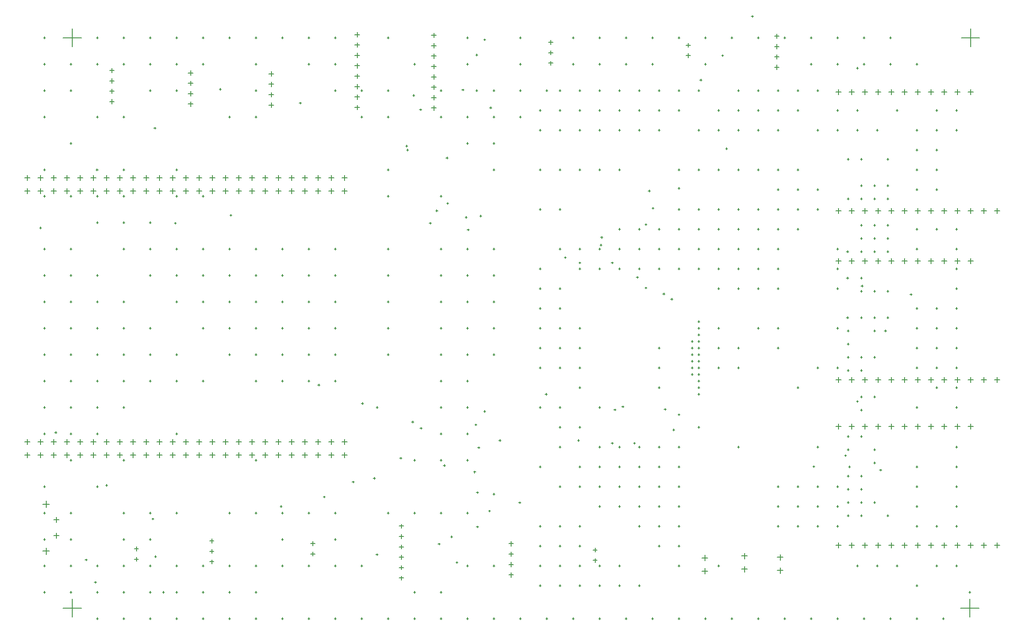
<source format=gbr>
%TF.GenerationSoftware,Altium Limited,Altium Designer,20.2.5 (213)*%
G04 Layer_Color=128*
%FSLAX26Y26*%
%MOIN*%
%TF.SameCoordinates,9BAFD9CD-774C-4051-972E-F2DD54F50950*%
%TF.FilePolarity,Positive*%
%TF.FileFunction,Drillmap*%
%TF.Part,Single*%
G01*
G75*
%TA.AperFunction,NonConductor*%
%ADD60C,0.005000*%
D60*
X7805000Y3910000D02*
X7845000D01*
X7825000Y3890000D02*
Y3930000D01*
X7705000Y3910000D02*
X7745000D01*
X7725000Y3890000D02*
Y3930000D01*
X7605000Y3910000D02*
X7645000D01*
X7625000Y3890000D02*
Y3930000D01*
X7505000Y3910000D02*
X7545000D01*
X7525000Y3890000D02*
Y3930000D01*
X7405000Y3910000D02*
X7445000D01*
X7425000Y3890000D02*
Y3930000D01*
X7305000Y3910000D02*
X7345000D01*
X7325000Y3890000D02*
Y3930000D01*
X7205000Y3910000D02*
X7245000D01*
X7225000Y3890000D02*
Y3930000D01*
X7105000Y3910000D02*
X7145000D01*
X7125000Y3890000D02*
Y3930000D01*
X7005000Y3910000D02*
X7045000D01*
X7025000Y3890000D02*
Y3930000D01*
X6905000Y3910000D02*
X6945000D01*
X6925000Y3890000D02*
Y3930000D01*
X6805000Y3910000D02*
X6845000D01*
X6825000Y3890000D02*
Y3930000D01*
X6705000Y3910000D02*
X6745000D01*
X6725000Y3890000D02*
Y3930000D01*
X6605000Y3910000D02*
X6645000D01*
X6625000Y3890000D02*
Y3930000D01*
X7805000Y2630000D02*
X7845000D01*
X7825000Y2610000D02*
Y2650000D01*
X7705000Y2630000D02*
X7745000D01*
X7725000Y2610000D02*
Y2650000D01*
X7605000Y2630000D02*
X7645000D01*
X7625000Y2610000D02*
Y2650000D01*
X7505000Y2630000D02*
X7545000D01*
X7525000Y2610000D02*
Y2650000D01*
X7405000Y2630000D02*
X7445000D01*
X7425000Y2610000D02*
Y2650000D01*
X7305000Y2630000D02*
X7345000D01*
X7325000Y2610000D02*
Y2650000D01*
X7205000Y2630000D02*
X7245000D01*
X7225000Y2610000D02*
Y2650000D01*
X7105000Y2630000D02*
X7145000D01*
X7125000Y2610000D02*
Y2650000D01*
X7005000Y2630000D02*
X7045000D01*
X7025000Y2610000D02*
Y2650000D01*
X6905000Y2630000D02*
X6945000D01*
X6925000Y2610000D02*
Y2650000D01*
X6805000Y2630000D02*
X6845000D01*
X6825000Y2610000D02*
Y2650000D01*
X6705000Y2630000D02*
X6745000D01*
X6725000Y2610000D02*
Y2650000D01*
X6605000Y2630000D02*
X6645000D01*
X6625000Y2610000D02*
Y2650000D01*
X6605000Y4810000D02*
X6645000D01*
X6625000Y4790000D02*
Y4830000D01*
X6705000Y4810000D02*
X6745000D01*
X6725000Y4790000D02*
Y4830000D01*
X6805000Y4810000D02*
X6845000D01*
X6825000Y4790000D02*
Y4830000D01*
X6905000Y4810000D02*
X6945000D01*
X6925000Y4790000D02*
Y4830000D01*
X7005000Y4810000D02*
X7045000D01*
X7025000Y4790000D02*
Y4830000D01*
X7105000Y4810000D02*
X7145000D01*
X7125000Y4790000D02*
Y4830000D01*
X7205000Y4810000D02*
X7245000D01*
X7225000Y4790000D02*
Y4830000D01*
X7305000Y4810000D02*
X7345000D01*
X7325000Y4790000D02*
Y4830000D01*
X7405000Y4810000D02*
X7445000D01*
X7425000Y4790000D02*
Y4830000D01*
X7505000Y4810000D02*
X7545000D01*
X7525000Y4790000D02*
Y4830000D01*
X7605000Y4810000D02*
X7645000D01*
X7625000Y4790000D02*
Y4830000D01*
X7605000Y2275000D02*
X7645000D01*
X7625000Y2255000D02*
Y2295000D01*
X7505000Y2275000D02*
X7545000D01*
X7525000Y2255000D02*
Y2295000D01*
X7405000Y2275000D02*
X7445000D01*
X7425000Y2255000D02*
Y2295000D01*
X7305000Y2275000D02*
X7345000D01*
X7325000Y2255000D02*
Y2295000D01*
X7205000Y2275000D02*
X7245000D01*
X7225000Y2255000D02*
Y2295000D01*
X7105000Y2275000D02*
X7145000D01*
X7125000Y2255000D02*
Y2295000D01*
X7005000Y2275000D02*
X7045000D01*
X7025000Y2255000D02*
Y2295000D01*
X6905000Y2275000D02*
X6945000D01*
X6925000Y2255000D02*
Y2295000D01*
X6805000Y2275000D02*
X6845000D01*
X6825000Y2255000D02*
Y2295000D01*
X6705000Y2275000D02*
X6745000D01*
X6725000Y2255000D02*
Y2295000D01*
X6605000Y2275000D02*
X6645000D01*
X6625000Y2255000D02*
Y2295000D01*
X1869252Y1408740D02*
X1900748D01*
X1885000Y1392992D02*
Y1424488D01*
X1869252Y1330000D02*
X1900748D01*
X1885000Y1314252D02*
Y1345748D01*
X1869252Y1251260D02*
X1900748D01*
X1885000Y1235512D02*
Y1267008D01*
X1299252Y1348740D02*
X1330748D01*
X1315000Y1332992D02*
Y1364488D01*
X1299252Y1270000D02*
X1330748D01*
X1315000Y1254252D02*
Y1285748D01*
X4769252Y1261260D02*
X4800748D01*
X4785000Y1245512D02*
Y1277008D01*
X4769252Y1340000D02*
X4800748D01*
X4785000Y1324252D02*
Y1355748D01*
X4132283Y1151260D02*
X4167717D01*
X4150000Y1133543D02*
Y1168976D01*
X4132283Y1230000D02*
X4167717D01*
X4150000Y1212284D02*
Y1247716D01*
X4132283Y1308740D02*
X4167717D01*
X4150000Y1291024D02*
Y1326457D01*
X4132283Y1387480D02*
X4167717D01*
X4150000Y1369764D02*
Y1405197D01*
X470315Y2060000D02*
X509685D01*
X490000Y2040315D02*
Y2079685D01*
X470315Y2160000D02*
X509685D01*
X490000Y2140315D02*
Y2179685D01*
X570315Y2060000D02*
X609685D01*
X590000Y2040315D02*
Y2079685D01*
X570315Y2160000D02*
X609685D01*
X590000Y2140315D02*
Y2179685D01*
X670315Y2060000D02*
X709685D01*
X690000Y2040315D02*
Y2079685D01*
X670315Y2160000D02*
X709685D01*
X690000Y2140315D02*
Y2179685D01*
X770315Y2060000D02*
X809685D01*
X790000Y2040315D02*
Y2079685D01*
X770315Y2160000D02*
X809685D01*
X790000Y2140315D02*
Y2179685D01*
X870315Y2060000D02*
X909685D01*
X890000Y2040315D02*
Y2079685D01*
X870315Y2160000D02*
X909685D01*
X890000Y2140315D02*
Y2179685D01*
X970315Y2060000D02*
X1009685D01*
X990000Y2040315D02*
Y2079685D01*
X970315Y2160000D02*
X1009685D01*
X990000Y2140315D02*
Y2179685D01*
X1070315Y2060000D02*
X1109685D01*
X1090000Y2040315D02*
Y2079685D01*
X1070315Y2160000D02*
X1109685D01*
X1090000Y2140315D02*
Y2179685D01*
X1170315Y2060000D02*
X1209685D01*
X1190000Y2040315D02*
Y2079685D01*
X1170315Y2160000D02*
X1209685D01*
X1190000Y2140315D02*
Y2179685D01*
X1270315Y2060000D02*
X1309685D01*
X1290000Y2040315D02*
Y2079685D01*
X1270315Y2160000D02*
X1309685D01*
X1290000Y2140315D02*
Y2179685D01*
X1370315Y2060000D02*
X1409685D01*
X1390000Y2040315D02*
Y2079685D01*
X1370315Y2160000D02*
X1409685D01*
X1390000Y2140315D02*
Y2179685D01*
X1470315Y2060000D02*
X1509685D01*
X1490000Y2040315D02*
Y2079685D01*
X1470315Y2160000D02*
X1509685D01*
X1490000Y2140315D02*
Y2179685D01*
X1570315Y2060000D02*
X1609685D01*
X1590000Y2040315D02*
Y2079685D01*
X1570315Y2160000D02*
X1609685D01*
X1590000Y2140315D02*
Y2179685D01*
X1670315Y2060000D02*
X1709685D01*
X1690000Y2040315D02*
Y2079685D01*
X1670315Y2160000D02*
X1709685D01*
X1690000Y2140315D02*
Y2179685D01*
X1770315Y2060000D02*
X1809685D01*
X1790000Y2040315D02*
Y2079685D01*
X1770315Y2160000D02*
X1809685D01*
X1790000Y2140315D02*
Y2179685D01*
X1870315Y2060000D02*
X1909685D01*
X1890000Y2040315D02*
Y2079685D01*
X1870315Y2160000D02*
X1909685D01*
X1890000Y2140315D02*
Y2179685D01*
X1970315Y2060000D02*
X2009685D01*
X1990000Y2040315D02*
Y2079685D01*
X1970315Y2160000D02*
X2009685D01*
X1990000Y2140315D02*
Y2179685D01*
X2070315Y2060000D02*
X2109685D01*
X2090000Y2040315D02*
Y2079685D01*
X2070315Y2160000D02*
X2109685D01*
X2090000Y2140315D02*
Y2179685D01*
X2170315Y2060000D02*
X2209685D01*
X2190000Y2040315D02*
Y2079685D01*
X2170315Y2160000D02*
X2209685D01*
X2190000Y2140315D02*
Y2179685D01*
X2270315Y2060000D02*
X2309685D01*
X2290000Y2040315D02*
Y2079685D01*
X2270315Y2160000D02*
X2309685D01*
X2290000Y2140315D02*
Y2179685D01*
X2370315Y2060000D02*
X2409685D01*
X2390000Y2040315D02*
Y2079685D01*
X2370315Y2160000D02*
X2409685D01*
X2390000Y2140315D02*
Y2179685D01*
X2470315Y2060000D02*
X2509685D01*
X2490000Y2040315D02*
Y2079685D01*
X2470315Y2160000D02*
X2509685D01*
X2490000Y2140315D02*
Y2179685D01*
X2570315Y2060000D02*
X2609685D01*
X2590000Y2040315D02*
Y2079685D01*
X2570315Y2160000D02*
X2609685D01*
X2590000Y2140315D02*
Y2179685D01*
X2670315Y2060000D02*
X2709685D01*
X2690000Y2040315D02*
Y2079685D01*
X2670315Y2160000D02*
X2709685D01*
X2690000Y2140315D02*
Y2179685D01*
X2770315Y2060000D02*
X2809685D01*
X2790000Y2040315D02*
Y2079685D01*
X2770315Y2160000D02*
X2809685D01*
X2790000Y2140315D02*
Y2179685D01*
X2870315Y2060000D02*
X2909685D01*
X2890000Y2040315D02*
Y2079685D01*
X2870315Y2160000D02*
X2909685D01*
X2890000Y2140315D02*
Y2179685D01*
X470315Y4060000D02*
X509685D01*
X490000Y4040315D02*
Y4079685D01*
X470315Y4160000D02*
X509685D01*
X490000Y4140315D02*
Y4179685D01*
X570315Y4060000D02*
X609685D01*
X590000Y4040315D02*
Y4079685D01*
X570315Y4160000D02*
X609685D01*
X590000Y4140315D02*
Y4179685D01*
X670315Y4060000D02*
X709685D01*
X690000Y4040315D02*
Y4079685D01*
X670315Y4160000D02*
X709685D01*
X690000Y4140315D02*
Y4179685D01*
X770315Y4060000D02*
X809685D01*
X790000Y4040315D02*
Y4079685D01*
X770315Y4160000D02*
X809685D01*
X790000Y4140315D02*
Y4179685D01*
X870315Y4060000D02*
X909685D01*
X890000Y4040315D02*
Y4079685D01*
X870315Y4160000D02*
X909685D01*
X890000Y4140315D02*
Y4179685D01*
X970315Y4060000D02*
X1009685D01*
X990000Y4040315D02*
Y4079685D01*
X970315Y4160000D02*
X1009685D01*
X990000Y4140315D02*
Y4179685D01*
X1070315Y4060000D02*
X1109685D01*
X1090000Y4040315D02*
Y4079685D01*
X1070315Y4160000D02*
X1109685D01*
X1090000Y4140315D02*
Y4179685D01*
X1170315Y4060000D02*
X1209685D01*
X1190000Y4040315D02*
Y4079685D01*
X1170315Y4160000D02*
X1209685D01*
X1190000Y4140315D02*
Y4179685D01*
X1270315Y4060000D02*
X1309685D01*
X1290000Y4040315D02*
Y4079685D01*
X1270315Y4160000D02*
X1309685D01*
X1290000Y4140315D02*
Y4179685D01*
X1370315Y4060000D02*
X1409685D01*
X1390000Y4040315D02*
Y4079685D01*
X1370315Y4160000D02*
X1409685D01*
X1390000Y4140315D02*
Y4179685D01*
X1470315Y4060000D02*
X1509685D01*
X1490000Y4040315D02*
Y4079685D01*
X1470315Y4160000D02*
X1509685D01*
X1490000Y4140315D02*
Y4179685D01*
X1570315Y4060000D02*
X1609685D01*
X1590000Y4040315D02*
Y4079685D01*
X1570315Y4160000D02*
X1609685D01*
X1590000Y4140315D02*
Y4179685D01*
X1670315Y4060000D02*
X1709685D01*
X1690000Y4040315D02*
Y4079685D01*
X1670315Y4160000D02*
X1709685D01*
X1690000Y4140315D02*
Y4179685D01*
X1770315Y4060000D02*
X1809685D01*
X1790000Y4040315D02*
Y4079685D01*
X1770315Y4160000D02*
X1809685D01*
X1790000Y4140315D02*
Y4179685D01*
X1870315Y4060000D02*
X1909685D01*
X1890000Y4040315D02*
Y4079685D01*
X1870315Y4160000D02*
X1909685D01*
X1890000Y4140315D02*
Y4179685D01*
X1970315Y4060000D02*
X2009685D01*
X1990000Y4040315D02*
Y4079685D01*
X1970315Y4160000D02*
X2009685D01*
X1990000Y4140315D02*
Y4179685D01*
X2070315Y4060000D02*
X2109685D01*
X2090000Y4040315D02*
Y4079685D01*
X2070315Y4160000D02*
X2109685D01*
X2090000Y4140315D02*
Y4179685D01*
X2170315Y4060000D02*
X2209685D01*
X2190000Y4040315D02*
Y4079685D01*
X2170315Y4160000D02*
X2209685D01*
X2190000Y4140315D02*
Y4179685D01*
X2270315Y4060000D02*
X2309685D01*
X2290000Y4040315D02*
Y4079685D01*
X2270315Y4160000D02*
X2309685D01*
X2290000Y4140315D02*
Y4179685D01*
X2370315Y4060000D02*
X2409685D01*
X2390000Y4040315D02*
Y4079685D01*
X2370315Y4160000D02*
X2409685D01*
X2390000Y4140315D02*
Y4179685D01*
X2470315Y4060000D02*
X2509685D01*
X2490000Y4040315D02*
Y4079685D01*
X2470315Y4160000D02*
X2509685D01*
X2490000Y4140315D02*
Y4179685D01*
X2570315Y4060000D02*
X2609685D01*
X2590000Y4040315D02*
Y4079685D01*
X2570315Y4160000D02*
X2609685D01*
X2590000Y4140315D02*
Y4179685D01*
X2670315Y4060000D02*
X2709685D01*
X2690000Y4040315D02*
Y4079685D01*
X2670315Y4160000D02*
X2709685D01*
X2690000Y4140315D02*
Y4179685D01*
X2770315Y4060000D02*
X2809685D01*
X2790000Y4040315D02*
Y4079685D01*
X2770315Y4160000D02*
X2809685D01*
X2790000Y4140315D02*
Y4179685D01*
X2870315Y4060000D02*
X2909685D01*
X2890000Y4040315D02*
Y4079685D01*
X2870315Y4160000D02*
X2909685D01*
X2890000Y4140315D02*
Y4179685D01*
X6163346Y1185000D02*
X6206654D01*
X6185000Y1163346D02*
Y1206653D01*
X6163346Y1285000D02*
X6206654D01*
X6185000Y1263346D02*
Y1306653D01*
X5893346Y1295000D02*
X5936654D01*
X5915000Y1273347D02*
Y1316653D01*
X5893346Y1195000D02*
X5936654D01*
X5915000Y1173347D02*
Y1216653D01*
X5593346Y1180000D02*
X5636654D01*
X5615000Y1158346D02*
Y1201653D01*
X5593346Y1280000D02*
X5636654D01*
X5615000Y1258346D02*
Y1301653D01*
X2967284Y5243702D02*
X3002716D01*
X2985000Y5225985D02*
Y5261418D01*
X2967284Y5164960D02*
X3002716D01*
X2985000Y5147243D02*
Y5182676D01*
X2967284Y5086220D02*
X3002716D01*
X2985000Y5068503D02*
Y5103936D01*
X2967284Y5007480D02*
X3002716D01*
X2985000Y4989764D02*
Y5025197D01*
X2967284Y4928740D02*
X3002716D01*
X2985000Y4911024D02*
Y4946457D01*
X2967284Y4850000D02*
X3002716D01*
X2985000Y4832283D02*
Y4867717D01*
X2967284Y4771260D02*
X3002716D01*
X2985000Y4753543D02*
Y4788976D01*
X2967284Y4692520D02*
X3002716D01*
X2985000Y4674803D02*
Y4710236D01*
X6142283Y4996260D02*
X6177717D01*
X6160000Y4978543D02*
Y5013976D01*
X6142283Y5075000D02*
X6177717D01*
X6160000Y5057283D02*
Y5092717D01*
X6142283Y5153740D02*
X6177717D01*
X6160000Y5136024D02*
Y5171457D01*
X6142283Y5232480D02*
X6177717D01*
X6160000Y5214764D02*
Y5250197D01*
X4434252Y5027520D02*
X4465748D01*
X4450000Y5011772D02*
Y5043268D01*
X4434252Y5106260D02*
X4465748D01*
X4450000Y5090512D02*
Y5122008D01*
X4434252Y5185000D02*
X4465748D01*
X4450000Y5169252D02*
Y5200748D01*
X689921Y1450000D02*
X730079D01*
X710000Y1429921D02*
Y1470079D01*
X689921Y1568110D02*
X730079D01*
X710000Y1548031D02*
Y1588189D01*
X607834Y1331890D02*
X657834D01*
X632834Y1306890D02*
Y1356890D01*
X607834Y1686220D02*
X657834D01*
X632834Y1661220D02*
Y1711220D01*
X3304252Y1127520D02*
X3335748D01*
X3320000Y1111772D02*
Y1143268D01*
X3304252Y1206260D02*
X3335748D01*
X3320000Y1190512D02*
Y1222008D01*
X3304252Y1285000D02*
X3335748D01*
X3320000Y1269252D02*
Y1300748D01*
X3304252Y1363740D02*
X3335748D01*
X3320000Y1347992D02*
Y1379488D01*
X3304252Y1442480D02*
X3335748D01*
X3320000Y1426732D02*
Y1458228D01*
X3304252Y1521220D02*
X3335748D01*
X3320000Y1505472D02*
Y1536968D01*
X1112284Y4972480D02*
X1147716D01*
X1130000Y4954764D02*
Y4990197D01*
X1112284Y4893740D02*
X1147716D01*
X1130000Y4876024D02*
Y4911457D01*
X1112284Y4815000D02*
X1147716D01*
X1130000Y4797283D02*
Y4832717D01*
X1112284Y4736260D02*
X1147716D01*
X1130000Y4718543D02*
Y4753976D01*
X7605000Y3530000D02*
X7645000D01*
X7625000Y3510000D02*
Y3550000D01*
X7505000Y3530000D02*
X7545000D01*
X7525000Y3510000D02*
Y3550000D01*
X7405000Y3530000D02*
X7445000D01*
X7425000Y3510000D02*
Y3550000D01*
X7305000Y3530000D02*
X7345000D01*
X7325000Y3510000D02*
Y3550000D01*
X7205000Y3530000D02*
X7245000D01*
X7225000Y3510000D02*
Y3550000D01*
X7105000Y3530000D02*
X7145000D01*
X7125000Y3510000D02*
Y3550000D01*
X7005000Y3530000D02*
X7045000D01*
X7025000Y3510000D02*
Y3550000D01*
X6905000Y3530000D02*
X6945000D01*
X6925000Y3510000D02*
Y3550000D01*
X6805000Y3530000D02*
X6845000D01*
X6825000Y3510000D02*
Y3550000D01*
X6705000Y3530000D02*
X6745000D01*
X6725000Y3510000D02*
Y3550000D01*
X6605000Y3530000D02*
X6645000D01*
X6625000Y3510000D02*
Y3550000D01*
X2634252Y1310000D02*
X2665748D01*
X2650000Y1294252D02*
Y1325748D01*
X2634252Y1388740D02*
X2665748D01*
X2650000Y1372992D02*
Y1404488D01*
X5474252Y5163740D02*
X5505748D01*
X5490000Y5147992D02*
Y5179488D01*
X5474252Y5085000D02*
X5505748D01*
X5490000Y5069252D02*
Y5100748D01*
X6605000Y1375000D02*
X6645000D01*
X6625000Y1355000D02*
Y1395000D01*
X6705000Y1375000D02*
X6745000D01*
X6725000Y1355000D02*
Y1395000D01*
X6805000Y1375000D02*
X6845000D01*
X6825000Y1355000D02*
Y1395000D01*
X6905000Y1375000D02*
X6945000D01*
X6925000Y1355000D02*
Y1395000D01*
X7005000Y1375000D02*
X7045000D01*
X7025000Y1355000D02*
Y1395000D01*
X7105000Y1375000D02*
X7145000D01*
X7125000Y1355000D02*
Y1395000D01*
X7205000Y1375000D02*
X7245000D01*
X7225000Y1355000D02*
Y1395000D01*
X7305000Y1375000D02*
X7345000D01*
X7325000Y1355000D02*
Y1395000D01*
X7405000Y1375000D02*
X7445000D01*
X7425000Y1355000D02*
Y1395000D01*
X7505000Y1375000D02*
X7545000D01*
X7525000Y1355000D02*
Y1395000D01*
X7605000Y1375000D02*
X7645000D01*
X7625000Y1355000D02*
Y1395000D01*
X7705000Y1375000D02*
X7745000D01*
X7725000Y1355000D02*
Y1395000D01*
X7805000Y1375000D02*
X7845000D01*
X7825000Y1355000D02*
Y1395000D01*
X3547284Y4687520D02*
X3582716D01*
X3565000Y4669803D02*
Y4705236D01*
X3547284Y4766260D02*
X3582716D01*
X3565000Y4748543D02*
Y4783976D01*
X3547284Y4845000D02*
X3582716D01*
X3565000Y4827283D02*
Y4862717D01*
X3547284Y4923740D02*
X3582716D01*
X3565000Y4906024D02*
Y4941457D01*
X3547284Y5002480D02*
X3582716D01*
X3565000Y4984764D02*
Y5020197D01*
X3547284Y5081220D02*
X3582716D01*
X3565000Y5063503D02*
Y5098936D01*
X3547284Y5159960D02*
X3582716D01*
X3565000Y5142243D02*
Y5177676D01*
X3547284Y5238700D02*
X3582716D01*
X3565000Y5220984D02*
Y5256417D01*
X2317284Y4710000D02*
X2352716D01*
X2335000Y4692283D02*
Y4727717D01*
X2317284Y4788740D02*
X2352716D01*
X2335000Y4771024D02*
Y4806457D01*
X2317284Y4867480D02*
X2352716D01*
X2335000Y4849764D02*
Y4885197D01*
X2317284Y4946220D02*
X2352716D01*
X2335000Y4928503D02*
Y4963936D01*
X1707284Y4717520D02*
X1742716D01*
X1725000Y4699803D02*
Y4735236D01*
X1707284Y4796260D02*
X1742716D01*
X1725000Y4778543D02*
Y4813976D01*
X1707284Y4875000D02*
X1742716D01*
X1725000Y4857283D02*
Y4892717D01*
X1707284Y4953740D02*
X1742716D01*
X1725000Y4936024D02*
Y4971457D01*
X761102Y900000D02*
X898898D01*
X830000Y831102D02*
Y968898D01*
X7551102Y900000D02*
X7688898D01*
X7620000Y831102D02*
Y968898D01*
X7556102Y5220000D02*
X7693898D01*
X7625000Y5151102D02*
Y5288898D01*
X761102Y5220000D02*
X898898D01*
X830000Y5151102D02*
Y5288898D01*
X1447500Y4535000D02*
X1462500D01*
X1455000Y4527500D02*
Y4542500D01*
X1412500Y3820000D02*
X1427500D01*
X1420000Y3812500D02*
Y3827500D01*
X1602500Y3815000D02*
X1617500D01*
X1610000Y3807500D02*
Y3822500D01*
X1010500Y4220000D02*
X1025500D01*
X1018000Y4212500D02*
Y4227500D01*
X6892500Y3000000D02*
X6907500D01*
X6900000Y2992500D02*
Y3007500D01*
X6974902Y3000000D02*
X6989902D01*
X6982402Y2992500D02*
Y3007500D01*
X7612500Y1020000D02*
X7627500D01*
X7620000Y1012500D02*
Y1027500D01*
X7412500Y820000D02*
X7427500D01*
X7420000Y812500D02*
Y827500D01*
X7212500Y5020000D02*
X7227500D01*
X7220000Y5012500D02*
Y5027500D01*
X7212500Y820000D02*
X7227500D01*
X7220000Y812500D02*
Y827500D01*
X7012500Y5220000D02*
X7027500D01*
X7020000Y5212500D02*
Y5227500D01*
X7012500Y5020000D02*
X7027500D01*
X7020000Y5012500D02*
Y5027500D01*
X7012500Y820000D02*
X7027500D01*
X7020000Y812500D02*
Y827500D01*
X6812500Y5220000D02*
X6827500D01*
X6820000Y5212500D02*
Y5227500D01*
X6812500Y5020000D02*
X6827500D01*
X6820000Y5012500D02*
Y5027500D01*
X6812500Y820000D02*
X6827500D01*
X6820000Y812500D02*
Y827500D01*
X6612500Y5220000D02*
X6627500D01*
X6620000Y5212500D02*
Y5227500D01*
X6612500Y5020000D02*
X6627500D01*
X6620000Y5012500D02*
Y5027500D01*
X6612500Y820000D02*
X6627500D01*
X6620000Y812500D02*
Y827500D01*
X6412500Y5220000D02*
X6427500D01*
X6420000Y5212500D02*
Y5227500D01*
X6412500Y5020000D02*
X6427500D01*
X6420000Y5012500D02*
Y5027500D01*
X6412500Y820000D02*
X6427500D01*
X6420000Y812500D02*
Y827500D01*
X6212500Y5220000D02*
X6227500D01*
X6220000Y5212500D02*
Y5227500D01*
X6212500Y820000D02*
X6227500D01*
X6220000Y812500D02*
Y827500D01*
X6012500Y5220000D02*
X6027500D01*
X6020000Y5212500D02*
Y5227500D01*
X6012500Y820000D02*
X6027500D01*
X6020000Y812500D02*
Y827500D01*
X5812500Y5220000D02*
X5827500D01*
X5820000Y5212500D02*
Y5227500D01*
X5812500Y820000D02*
X5827500D01*
X5820000Y812500D02*
Y827500D01*
X5612500Y5220000D02*
X5627500D01*
X5620000Y5212500D02*
Y5227500D01*
X5612500Y5020000D02*
X5627500D01*
X5620000Y5012500D02*
Y5027500D01*
X5612500Y820000D02*
X5627500D01*
X5620000Y812500D02*
Y827500D01*
X5412500Y5220000D02*
X5427500D01*
X5420000Y5212500D02*
Y5227500D01*
X5412500Y820000D02*
X5427500D01*
X5420000Y812500D02*
Y827500D01*
X5212500Y5220000D02*
X5227500D01*
X5220000Y5212500D02*
Y5227500D01*
X5212500Y5020000D02*
X5227500D01*
X5220000Y5012500D02*
Y5027500D01*
X5212500Y820000D02*
X5227500D01*
X5220000Y812500D02*
Y827500D01*
X5012500Y5220000D02*
X5027500D01*
X5020000Y5212500D02*
Y5227500D01*
X5012500Y5020000D02*
X5027500D01*
X5020000Y5012500D02*
Y5027500D01*
X5012500Y820000D02*
X5027500D01*
X5020000Y812500D02*
Y827500D01*
X4812500Y5220000D02*
X4827500D01*
X4820000Y5212500D02*
Y5227500D01*
X4812500Y5020000D02*
X4827500D01*
X4820000Y5012500D02*
Y5027500D01*
X4812500Y820000D02*
X4827500D01*
X4820000Y812500D02*
Y827500D01*
X4612500Y5220000D02*
X4627500D01*
X4620000Y5212500D02*
Y5227500D01*
X4612500Y5020000D02*
X4627500D01*
X4620000Y5012500D02*
Y5027500D01*
X4612500Y820000D02*
X4627500D01*
X4620000Y812500D02*
Y827500D01*
X4412500Y4820000D02*
X4427500D01*
X4420000Y4812500D02*
Y4827500D01*
X4412500Y820000D02*
X4427500D01*
X4420000Y812500D02*
Y827500D01*
X4212500Y5220000D02*
X4227500D01*
X4220000Y5212500D02*
Y5227500D01*
X4212500Y5020000D02*
X4227500D01*
X4220000Y5012500D02*
Y5027500D01*
X4212500Y4820000D02*
X4227500D01*
X4220000Y4812500D02*
Y4827500D01*
X4212500Y4620000D02*
X4227500D01*
X4220000Y4612500D02*
Y4627500D01*
X4212500Y820000D02*
X4227500D01*
X4220000Y812500D02*
Y827500D01*
X4012500Y4820000D02*
X4027500D01*
X4020000Y4812500D02*
Y4827500D01*
X4012500Y4620000D02*
X4027500D01*
X4020000Y4612500D02*
Y4627500D01*
X4012500Y4420000D02*
X4027500D01*
X4020000Y4412500D02*
Y4427500D01*
X4012500Y4220000D02*
X4027500D01*
X4020000Y4212500D02*
Y4227500D01*
X4012500Y3620000D02*
X4027500D01*
X4020000Y3612500D02*
Y3627500D01*
X4012500Y3420000D02*
X4027500D01*
X4020000Y3412500D02*
Y3427500D01*
X4012500Y3220000D02*
X4027500D01*
X4020000Y3212500D02*
Y3227500D01*
X4012500Y3020000D02*
X4027500D01*
X4020000Y3012500D02*
Y3027500D01*
X4012500Y2820000D02*
X4027500D01*
X4020000Y2812500D02*
Y2827500D01*
X4012500Y1220000D02*
X4027500D01*
X4020000Y1212500D02*
Y1227500D01*
X4012500Y820000D02*
X4027500D01*
X4020000Y812500D02*
Y827500D01*
X3812500Y5220000D02*
X3827500D01*
X3820000Y5212500D02*
Y5227500D01*
X3812500Y5020000D02*
X3827500D01*
X3820000Y5012500D02*
Y5027500D01*
X3812500Y4620000D02*
X3827500D01*
X3820000Y4612500D02*
Y4627500D01*
X3812500Y4420000D02*
X3827500D01*
X3820000Y4412500D02*
Y4427500D01*
X3812500Y3620000D02*
X3827500D01*
X3820000Y3612500D02*
Y3627500D01*
X3812500Y3420000D02*
X3827500D01*
X3820000Y3412500D02*
Y3427500D01*
X3812500Y3220000D02*
X3827500D01*
X3820000Y3212500D02*
Y3227500D01*
X3812500Y3020000D02*
X3827500D01*
X3820000Y3012500D02*
Y3027500D01*
X3812500Y2820000D02*
X3827500D01*
X3820000Y2812500D02*
Y2827500D01*
X3812500Y2620000D02*
X3827500D01*
X3820000Y2612500D02*
Y2627500D01*
X3812500Y2420000D02*
X3827500D01*
X3820000Y2412500D02*
Y2427500D01*
X3812500Y2220000D02*
X3827500D01*
X3820000Y2212500D02*
Y2227500D01*
X3812500Y2020000D02*
X3827500D01*
X3820000Y2012500D02*
Y2027500D01*
X3812500Y1620000D02*
X3827500D01*
X3820000Y1612500D02*
Y1627500D01*
X3812500Y1220000D02*
X3827500D01*
X3820000Y1212500D02*
Y1227500D01*
X3812500Y820000D02*
X3827500D01*
X3820000Y812500D02*
Y827500D01*
X3612500Y4820000D02*
X3627500D01*
X3620000Y4812500D02*
Y4827500D01*
X3612500Y4620000D02*
X3627500D01*
X3620000Y4612500D02*
Y4627500D01*
X3612500Y4020000D02*
X3627500D01*
X3620000Y4012500D02*
Y4027500D01*
X3612500Y3620000D02*
X3627500D01*
X3620000Y3612500D02*
Y3627500D01*
X3612500Y3420000D02*
X3627500D01*
X3620000Y3412500D02*
Y3427500D01*
X3612500Y3220000D02*
X3627500D01*
X3620000Y3212500D02*
Y3227500D01*
X3612500Y3020000D02*
X3627500D01*
X3620000Y3012500D02*
Y3027500D01*
X3612500Y2820000D02*
X3627500D01*
X3620000Y2812500D02*
Y2827500D01*
X3612500Y2620000D02*
X3627500D01*
X3620000Y2612500D02*
Y2627500D01*
X3612500Y2420000D02*
X3627500D01*
X3620000Y2412500D02*
Y2427500D01*
X3612500Y2220000D02*
X3627500D01*
X3620000Y2212500D02*
Y2227500D01*
X3612500Y2020000D02*
X3627500D01*
X3620000Y2012500D02*
Y2027500D01*
X3612500Y1620000D02*
X3627500D01*
X3620000Y1612500D02*
Y1627500D01*
X3612500Y1020000D02*
X3627500D01*
X3620000Y1012500D02*
Y1027500D01*
X3612500Y820000D02*
X3627500D01*
X3620000Y812500D02*
Y827500D01*
X3412500Y5020000D02*
X3427500D01*
X3420000Y5012500D02*
Y5027500D01*
X3412500Y2020000D02*
X3427500D01*
X3420000Y2012500D02*
Y2027500D01*
X3412500Y1620000D02*
X3427500D01*
X3420000Y1612500D02*
Y1627500D01*
X3412500Y1020000D02*
X3427500D01*
X3420000Y1012500D02*
Y1027500D01*
X3412500Y820000D02*
X3427500D01*
X3420000Y812500D02*
Y827500D01*
X3212500Y5220000D02*
X3227500D01*
X3220000Y5212500D02*
Y5227500D01*
X3212500Y4820000D02*
X3227500D01*
X3220000Y4812500D02*
Y4827500D01*
X3212500Y4620000D02*
X3227500D01*
X3220000Y4612500D02*
Y4627500D01*
X3212500Y4220000D02*
X3227500D01*
X3220000Y4212500D02*
Y4227500D01*
X3212500Y4020000D02*
X3227500D01*
X3220000Y4012500D02*
Y4027500D01*
X3212500Y3620000D02*
X3227500D01*
X3220000Y3612500D02*
Y3627500D01*
X3212500Y3420000D02*
X3227500D01*
X3220000Y3412500D02*
Y3427500D01*
X3212500Y3220000D02*
X3227500D01*
X3220000Y3212500D02*
Y3227500D01*
X3212500Y3020000D02*
X3227500D01*
X3220000Y3012500D02*
Y3027500D01*
X3212500Y2820000D02*
X3227500D01*
X3220000Y2812500D02*
Y2827500D01*
X3212500Y1620000D02*
X3227500D01*
X3220000Y1612500D02*
Y1627500D01*
X3212500Y820000D02*
X3227500D01*
X3220000Y812500D02*
Y827500D01*
X3012500Y4820000D02*
X3027500D01*
X3020000Y4812500D02*
Y4827500D01*
X3012500Y4620000D02*
X3027500D01*
X3020000Y4612500D02*
Y4627500D01*
X3012500Y1220000D02*
X3027500D01*
X3020000Y1212500D02*
Y1227500D01*
X3012500Y820000D02*
X3027500D01*
X3020000Y812500D02*
Y827500D01*
X2812500Y5220000D02*
X2827500D01*
X2820000Y5212500D02*
Y5227500D01*
X2812500Y5020000D02*
X2827500D01*
X2820000Y5012500D02*
Y5027500D01*
X2812500Y4820000D02*
X2827500D01*
X2820000Y4812500D02*
Y4827500D01*
X2812500Y3620000D02*
X2827500D01*
X2820000Y3612500D02*
Y3627500D01*
X2812500Y3420000D02*
X2827500D01*
X2820000Y3412500D02*
Y3427500D01*
X2812500Y3220000D02*
X2827500D01*
X2820000Y3212500D02*
Y3227500D01*
X2812500Y3020000D02*
X2827500D01*
X2820000Y3012500D02*
Y3027500D01*
X2812500Y2820000D02*
X2827500D01*
X2820000Y2812500D02*
Y2827500D01*
X2812500Y2620000D02*
X2827500D01*
X2820000Y2612500D02*
Y2627500D01*
X2812500Y1620000D02*
X2827500D01*
X2820000Y1612500D02*
Y1627500D01*
X2812500Y1420000D02*
X2827500D01*
X2820000Y1412500D02*
Y1427500D01*
X2812500Y1220000D02*
X2827500D01*
X2820000Y1212500D02*
Y1227500D01*
X2812500Y820000D02*
X2827500D01*
X2820000Y812500D02*
Y827500D01*
X2612500Y5220000D02*
X2627500D01*
X2620000Y5212500D02*
Y5227500D01*
X2612500Y5020000D02*
X2627500D01*
X2620000Y5012500D02*
Y5027500D01*
X2612500Y3620000D02*
X2627500D01*
X2620000Y3612500D02*
Y3627500D01*
X2612500Y3420000D02*
X2627500D01*
X2620000Y3412500D02*
Y3427500D01*
X2612500Y3220000D02*
X2627500D01*
X2620000Y3212500D02*
Y3227500D01*
X2612500Y3020000D02*
X2627500D01*
X2620000Y3012500D02*
Y3027500D01*
X2612500Y2820000D02*
X2627500D01*
X2620000Y2812500D02*
Y2827500D01*
X2612500Y2620000D02*
X2627500D01*
X2620000Y2612500D02*
Y2627500D01*
X2612500Y1620000D02*
X2627500D01*
X2620000Y1612500D02*
Y1627500D01*
X2612500Y1220000D02*
X2627500D01*
X2620000Y1212500D02*
Y1227500D01*
X2612500Y820000D02*
X2627500D01*
X2620000Y812500D02*
Y827500D01*
X2412500Y5220000D02*
X2427500D01*
X2420000Y5212500D02*
Y5227500D01*
X2412500Y3620000D02*
X2427500D01*
X2420000Y3612500D02*
Y3627500D01*
X2412500Y3420000D02*
X2427500D01*
X2420000Y3412500D02*
Y3427500D01*
X2412500Y3220000D02*
X2427500D01*
X2420000Y3212500D02*
Y3227500D01*
X2412500Y3020000D02*
X2427500D01*
X2420000Y3012500D02*
Y3027500D01*
X2412500Y2820000D02*
X2427500D01*
X2420000Y2812500D02*
Y2827500D01*
X2412500Y2620000D02*
X2427500D01*
X2420000Y2612500D02*
Y2627500D01*
X2412500Y1620000D02*
X2427500D01*
X2420000Y1612500D02*
Y1627500D01*
X2412500Y1420000D02*
X2427500D01*
X2420000Y1412500D02*
Y1427500D01*
X2412500Y1220000D02*
X2427500D01*
X2420000Y1212500D02*
Y1227500D01*
X2412500Y820000D02*
X2427500D01*
X2420000Y812500D02*
Y827500D01*
X2212500Y5220000D02*
X2227500D01*
X2220000Y5212500D02*
Y5227500D01*
X2212500Y5020000D02*
X2227500D01*
X2220000Y5012500D02*
Y5027500D01*
X2212500Y4820000D02*
X2227500D01*
X2220000Y4812500D02*
Y4827500D01*
X2212500Y4620000D02*
X2227500D01*
X2220000Y4612500D02*
Y4627500D01*
X2212500Y3620000D02*
X2227500D01*
X2220000Y3612500D02*
Y3627500D01*
X2212500Y3420000D02*
X2227500D01*
X2220000Y3412500D02*
Y3427500D01*
X2212500Y3220000D02*
X2227500D01*
X2220000Y3212500D02*
Y3227500D01*
X2212500Y3020000D02*
X2227500D01*
X2220000Y3012500D02*
Y3027500D01*
X2212500Y2820000D02*
X2227500D01*
X2220000Y2812500D02*
Y2827500D01*
X2212500Y2620000D02*
X2227500D01*
X2220000Y2612500D02*
Y2627500D01*
X2212500Y2020000D02*
X2227500D01*
X2220000Y2012500D02*
Y2027500D01*
X2212500Y1620000D02*
X2227500D01*
X2220000Y1612500D02*
Y1627500D01*
X2212500Y1220000D02*
X2227500D01*
X2220000Y1212500D02*
Y1227500D01*
X2212500Y1020000D02*
X2227500D01*
X2220000Y1012500D02*
Y1027500D01*
X2212500Y820000D02*
X2227500D01*
X2220000Y812500D02*
Y827500D01*
X2012500Y5220000D02*
X2027500D01*
X2020000Y5212500D02*
Y5227500D01*
X2012500Y4620000D02*
X2027500D01*
X2020000Y4612500D02*
Y4627500D01*
X2012500Y3620000D02*
X2027500D01*
X2020000Y3612500D02*
Y3627500D01*
X2012500Y3420000D02*
X2027500D01*
X2020000Y3412500D02*
Y3427500D01*
X2012500Y3220000D02*
X2027500D01*
X2020000Y3212500D02*
Y3227500D01*
X2012500Y3020000D02*
X2027500D01*
X2020000Y3012500D02*
Y3027500D01*
X2012500Y2820000D02*
X2027500D01*
X2020000Y2812500D02*
Y2827500D01*
X2012500Y1620000D02*
X2027500D01*
X2020000Y1612500D02*
Y1627500D01*
X2012500Y1220000D02*
X2027500D01*
X2020000Y1212500D02*
Y1227500D01*
X2012500Y1020000D02*
X2027500D01*
X2020000Y1012500D02*
Y1027500D01*
X2012500Y820000D02*
X2027500D01*
X2020000Y812500D02*
Y827500D01*
X1812500Y5220000D02*
X1827500D01*
X1820000Y5212500D02*
Y5227500D01*
X1812500Y5020000D02*
X1827500D01*
X1820000Y5012500D02*
Y5027500D01*
X1812500Y4020000D02*
X1827500D01*
X1820000Y4012500D02*
Y4027500D01*
X1812500Y3620000D02*
X1827500D01*
X1820000Y3612500D02*
Y3627500D01*
X1812500Y3420000D02*
X1827500D01*
X1820000Y3412500D02*
Y3427500D01*
X1812500Y3220000D02*
X1827500D01*
X1820000Y3212500D02*
Y3227500D01*
X1812500Y3020000D02*
X1827500D01*
X1820000Y3012500D02*
Y3027500D01*
X1812500Y2620000D02*
X1827500D01*
X1820000Y2612500D02*
Y2627500D01*
X1812500Y1220000D02*
X1827500D01*
X1820000Y1212500D02*
Y1227500D01*
X1812500Y1020000D02*
X1827500D01*
X1820000Y1012500D02*
Y1027500D01*
X1812500Y820000D02*
X1827500D01*
X1820000Y812500D02*
Y827500D01*
X1612500Y5220000D02*
X1627500D01*
X1620000Y5212500D02*
Y5227500D01*
X1612500Y5020000D02*
X1627500D01*
X1620000Y5012500D02*
Y5027500D01*
X1612500Y4820000D02*
X1627500D01*
X1620000Y4812500D02*
Y4827500D01*
X1612500Y4220000D02*
X1627500D01*
X1620000Y4212500D02*
Y4227500D01*
X1612500Y4020000D02*
X1627500D01*
X1620000Y4012500D02*
Y4027500D01*
X1612500Y3620000D02*
X1627500D01*
X1620000Y3612500D02*
Y3627500D01*
X1612500Y3420000D02*
X1627500D01*
X1620000Y3412500D02*
Y3427500D01*
X1612500Y3220000D02*
X1627500D01*
X1620000Y3212500D02*
Y3227500D01*
X1612500Y2820000D02*
X1627500D01*
X1620000Y2812500D02*
Y2827500D01*
X1612500Y2620000D02*
X1627500D01*
X1620000Y2612500D02*
Y2627500D01*
X1612500Y2220000D02*
X1627500D01*
X1620000Y2212500D02*
Y2227500D01*
X1612500Y1620000D02*
X1627500D01*
X1620000Y1612500D02*
Y1627500D01*
X1612500Y1220000D02*
X1627500D01*
X1620000Y1212500D02*
Y1227500D01*
X1612500Y1020000D02*
X1627500D01*
X1620000Y1012500D02*
Y1027500D01*
X1612500Y820000D02*
X1627500D01*
X1620000Y812500D02*
Y827500D01*
X1412500Y5220000D02*
X1427500D01*
X1420000Y5212500D02*
Y5227500D01*
X1412500Y5020000D02*
X1427500D01*
X1420000Y5012500D02*
Y5027500D01*
X1412500Y4820000D02*
X1427500D01*
X1420000Y4812500D02*
Y4827500D01*
X1412500Y3620000D02*
X1427500D01*
X1420000Y3612500D02*
Y3627500D01*
X1412500Y3420000D02*
X1427500D01*
X1420000Y3412500D02*
Y3427500D01*
X1412500Y3020000D02*
X1427500D01*
X1420000Y3012500D02*
Y3027500D01*
X1412500Y2820000D02*
X1427500D01*
X1420000Y2812500D02*
Y2827500D01*
X1412500Y2620000D02*
X1427500D01*
X1420000Y2612500D02*
Y2627500D01*
X1412500Y1620000D02*
X1427500D01*
X1420000Y1612500D02*
Y1627500D01*
X1412500Y1420000D02*
X1427500D01*
X1420000Y1412500D02*
Y1427500D01*
X1412500Y1220000D02*
X1427500D01*
X1420000Y1212500D02*
Y1227500D01*
X1412500Y1020000D02*
X1427500D01*
X1420000Y1012500D02*
Y1027500D01*
X1412500Y820000D02*
X1427500D01*
X1420000Y812500D02*
Y827500D01*
X1212500Y5220000D02*
X1227500D01*
X1220000Y5212500D02*
Y5227500D01*
X1212500Y5020000D02*
X1227500D01*
X1220000Y5012500D02*
Y5027500D01*
X1212500Y4620000D02*
X1227500D01*
X1220000Y4612500D02*
Y4627500D01*
X1212500Y4220000D02*
X1227500D01*
X1220000Y4212500D02*
Y4227500D01*
X1212500Y4020000D02*
X1227500D01*
X1220000Y4012500D02*
Y4027500D01*
X1212500Y3820000D02*
X1227500D01*
X1220000Y3812500D02*
Y3827500D01*
X1212500Y3620000D02*
X1227500D01*
X1220000Y3612500D02*
Y3627500D01*
X1212500Y3220000D02*
X1227500D01*
X1220000Y3212500D02*
Y3227500D01*
X1212500Y3020000D02*
X1227500D01*
X1220000Y3012500D02*
Y3027500D01*
X1212500Y2820000D02*
X1227500D01*
X1220000Y2812500D02*
Y2827500D01*
X1212500Y2620000D02*
X1227500D01*
X1220000Y2612500D02*
Y2627500D01*
X1212500Y2420000D02*
X1227500D01*
X1220000Y2412500D02*
Y2427500D01*
X1212500Y2020000D02*
X1227500D01*
X1220000Y2012500D02*
Y2027500D01*
X1212500Y1620000D02*
X1227500D01*
X1220000Y1612500D02*
Y1627500D01*
X1212500Y1420000D02*
X1227500D01*
X1220000Y1412500D02*
Y1427500D01*
X1212500Y1220000D02*
X1227500D01*
X1220000Y1212500D02*
Y1227500D01*
X1212500Y1020000D02*
X1227500D01*
X1220000Y1012500D02*
Y1027500D01*
X1212500Y820000D02*
X1227500D01*
X1220000Y812500D02*
Y827500D01*
X1012500Y5220000D02*
X1027500D01*
X1020000Y5212500D02*
Y5227500D01*
X1012500Y5020000D02*
X1027500D01*
X1020000Y5012500D02*
Y5027500D01*
X1012500Y4620000D02*
X1027500D01*
X1020000Y4612500D02*
Y4627500D01*
X1012500Y4020000D02*
X1027500D01*
X1020000Y4012500D02*
Y4027500D01*
X1012500Y3820000D02*
X1027500D01*
X1020000Y3812500D02*
Y3827500D01*
X1012500Y3420000D02*
X1027500D01*
X1020000Y3412500D02*
Y3427500D01*
X1012500Y3220000D02*
X1027500D01*
X1020000Y3212500D02*
Y3227500D01*
X1012500Y3020000D02*
X1027500D01*
X1020000Y3012500D02*
Y3027500D01*
X1012500Y2820000D02*
X1027500D01*
X1020000Y2812500D02*
Y2827500D01*
X1012500Y2620000D02*
X1027500D01*
X1020000Y2612500D02*
Y2627500D01*
X1012500Y2420000D02*
X1027500D01*
X1020000Y2412500D02*
Y2427500D01*
X1012500Y2220000D02*
X1027500D01*
X1020000Y2212500D02*
Y2227500D01*
X1012500Y1820000D02*
X1027500D01*
X1020000Y1812500D02*
Y1827500D01*
X1012500Y1220000D02*
X1027500D01*
X1020000Y1212500D02*
Y1227500D01*
X1012500Y1020000D02*
X1027500D01*
X1020000Y1012500D02*
Y1027500D01*
X1012500Y820000D02*
X1027500D01*
X1020000Y812500D02*
Y827500D01*
X812500Y5020000D02*
X827500D01*
X820000Y5012500D02*
Y5027500D01*
X812500Y4820000D02*
X827500D01*
X820000Y4812500D02*
Y4827500D01*
X812500Y4420000D02*
X827500D01*
X820000Y4412500D02*
Y4427500D01*
X812500Y4020000D02*
X827500D01*
X820000Y4012500D02*
Y4027500D01*
X812500Y3620000D02*
X827500D01*
X820000Y3612500D02*
Y3627500D01*
X812500Y3420000D02*
X827500D01*
X820000Y3412500D02*
Y3427500D01*
X812500Y3220000D02*
X827500D01*
X820000Y3212500D02*
Y3227500D01*
X812500Y3020000D02*
X827500D01*
X820000Y3012500D02*
Y3027500D01*
X812500Y2820000D02*
X827500D01*
X820000Y2812500D02*
Y2827500D01*
X812500Y2620000D02*
X827500D01*
X820000Y2612500D02*
Y2627500D01*
X812500Y2420000D02*
X827500D01*
X820000Y2412500D02*
Y2427500D01*
X812500Y2220000D02*
X827500D01*
X820000Y2212500D02*
Y2227500D01*
X812500Y2020000D02*
X827500D01*
X820000Y2012500D02*
Y2027500D01*
X812500Y1620000D02*
X827500D01*
X820000Y1612500D02*
Y1627500D01*
X812500Y1420000D02*
X827500D01*
X820000Y1412500D02*
Y1427500D01*
X812500Y1220000D02*
X827500D01*
X820000Y1212500D02*
Y1227500D01*
X812500Y1020000D02*
X827500D01*
X820000Y1012500D02*
Y1027500D01*
X612500Y5220000D02*
X627500D01*
X620000Y5212500D02*
Y5227500D01*
X612500Y5020000D02*
X627500D01*
X620000Y5012500D02*
Y5027500D01*
X612500Y4820000D02*
X627500D01*
X620000Y4812500D02*
Y4827500D01*
X612500Y4620000D02*
X627500D01*
X620000Y4612500D02*
Y4627500D01*
X612500Y4220000D02*
X627500D01*
X620000Y4212500D02*
Y4227500D01*
X612500Y4020000D02*
X627500D01*
X620000Y4012500D02*
Y4027500D01*
X612500Y3620000D02*
X627500D01*
X620000Y3612500D02*
Y3627500D01*
X612500Y3420000D02*
X627500D01*
X620000Y3412500D02*
Y3427500D01*
X612500Y3220000D02*
X627500D01*
X620000Y3212500D02*
Y3227500D01*
X612500Y3020000D02*
X627500D01*
X620000Y3012500D02*
Y3027500D01*
X612500Y2820000D02*
X627500D01*
X620000Y2812500D02*
Y2827500D01*
X612500Y2620000D02*
X627500D01*
X620000Y2612500D02*
Y2627500D01*
X612500Y2420000D02*
X627500D01*
X620000Y2412500D02*
Y2427500D01*
X612500Y2220000D02*
X627500D01*
X620000Y2212500D02*
Y2227500D01*
X612500Y1820000D02*
X627500D01*
X620000Y1812500D02*
Y1827500D01*
X612500Y1620000D02*
X627500D01*
X620000Y1612500D02*
Y1627500D01*
X612500Y1420000D02*
X627500D01*
X620000Y1412500D02*
Y1427500D01*
X612500Y1220000D02*
X627500D01*
X620000Y1212500D02*
Y1227500D01*
X612500Y1020000D02*
X627500D01*
X620000Y1012500D02*
Y1027500D01*
X7512500Y4670000D02*
X7527500D01*
X7520000Y4662500D02*
Y4677500D01*
X7512500Y4520000D02*
X7527500D01*
X7520000Y4512500D02*
Y4527500D01*
X7512500Y3770000D02*
X7527500D01*
X7520000Y3762500D02*
Y3777500D01*
X7512500Y3620000D02*
X7527500D01*
X7520000Y3612500D02*
Y3627500D01*
X7512500Y3470000D02*
X7527500D01*
X7520000Y3462500D02*
Y3477500D01*
X7512500Y3320000D02*
X7527500D01*
X7520000Y3312500D02*
Y3327500D01*
X7512500Y3170000D02*
X7527500D01*
X7520000Y3162500D02*
Y3177500D01*
X7512500Y3020000D02*
X7527500D01*
X7520000Y3012500D02*
Y3027500D01*
X7512500Y2870000D02*
X7527500D01*
X7520000Y2862500D02*
Y2877500D01*
X7512500Y2720000D02*
X7527500D01*
X7520000Y2712500D02*
Y2727500D01*
X7512500Y2570000D02*
X7527500D01*
X7520000Y2562500D02*
Y2577500D01*
X7512500Y2420000D02*
X7527500D01*
X7520000Y2412500D02*
Y2427500D01*
X7512500Y2120000D02*
X7527500D01*
X7520000Y2112500D02*
Y2127500D01*
X7512500Y1970000D02*
X7527500D01*
X7520000Y1962500D02*
Y1977500D01*
X7512500Y1820000D02*
X7527500D01*
X7520000Y1812500D02*
Y1827500D01*
X7512500Y1670000D02*
X7527500D01*
X7520000Y1662500D02*
Y1677500D01*
X7512500Y1520000D02*
X7527500D01*
X7520000Y1512500D02*
Y1527500D01*
X7512500Y1220000D02*
X7527500D01*
X7520000Y1212500D02*
Y1227500D01*
X7362500Y4670000D02*
X7377500D01*
X7370000Y4662500D02*
Y4677500D01*
X7362500Y4520000D02*
X7377500D01*
X7370000Y4512500D02*
Y4527500D01*
X7362500Y4370000D02*
X7377500D01*
X7370000Y4362500D02*
Y4377500D01*
X7362500Y4220000D02*
X7377500D01*
X7370000Y4212500D02*
Y4227500D01*
X7362500Y4070000D02*
X7377500D01*
X7370000Y4062500D02*
Y4077500D01*
X7362500Y3770000D02*
X7377500D01*
X7370000Y3762500D02*
Y3777500D01*
X7362500Y3170000D02*
X7377500D01*
X7370000Y3162500D02*
Y3177500D01*
X7362500Y3020000D02*
X7377500D01*
X7370000Y3012500D02*
Y3027500D01*
X7362500Y2870000D02*
X7377500D01*
X7370000Y2862500D02*
Y2877500D01*
X7362500Y2720000D02*
X7377500D01*
X7370000Y2712500D02*
Y2727500D01*
X7362500Y2570000D02*
X7377500D01*
X7370000Y2562500D02*
Y2577500D01*
X7362500Y1520000D02*
X7377500D01*
X7370000Y1512500D02*
Y1527500D01*
X7362500Y1220000D02*
X7377500D01*
X7370000Y1212500D02*
Y1227500D01*
X7212500Y4520000D02*
X7227500D01*
X7220000Y4512500D02*
Y4527500D01*
X7212500Y4370000D02*
X7227500D01*
X7220000Y4362500D02*
Y4377500D01*
X7212500Y4220000D02*
X7227500D01*
X7220000Y4212500D02*
Y4227500D01*
X7212500Y4070000D02*
X7227500D01*
X7220000Y4062500D02*
Y4077500D01*
X7212500Y3770000D02*
X7227500D01*
X7220000Y3762500D02*
Y3777500D01*
X7212500Y3620000D02*
X7227500D01*
X7220000Y3612500D02*
Y3627500D01*
X7212500Y3170000D02*
X7227500D01*
X7220000Y3162500D02*
Y3177500D01*
X7212500Y3020000D02*
X7227500D01*
X7220000Y3012500D02*
Y3027500D01*
X7212500Y2870000D02*
X7227500D01*
X7220000Y2862500D02*
Y2877500D01*
X7212500Y2720000D02*
X7227500D01*
X7220000Y2712500D02*
Y2727500D01*
X7212500Y2420000D02*
X7227500D01*
X7220000Y2412500D02*
Y2427500D01*
X7212500Y1970000D02*
X7227500D01*
X7220000Y1962500D02*
Y1977500D01*
X7212500Y1820000D02*
X7227500D01*
X7220000Y1812500D02*
Y1827500D01*
X7212500Y1670000D02*
X7227500D01*
X7220000Y1662500D02*
Y1677500D01*
X7212500Y1520000D02*
X7227500D01*
X7220000Y1512500D02*
Y1527500D01*
X7212500Y1070000D02*
X7227500D01*
X7220000Y1062500D02*
Y1077500D01*
X7062500Y4670000D02*
X7077500D01*
X7070000Y4662500D02*
Y4677500D01*
X7062500Y1220000D02*
X7077500D01*
X7070000Y1212500D02*
Y1227500D01*
X6912500Y4520000D02*
X6927500D01*
X6920000Y4512500D02*
Y4527500D01*
X6912500Y1220000D02*
X6927500D01*
X6920000Y1212500D02*
Y1227500D01*
X6762500Y4670000D02*
X6777500D01*
X6770000Y4662500D02*
Y4677500D01*
X6762500Y4520000D02*
X6777500D01*
X6770000Y4512500D02*
Y4527500D01*
X6762500Y1220000D02*
X6777500D01*
X6770000Y1212500D02*
Y1227500D01*
X6612500Y4670000D02*
X6627500D01*
X6620000Y4662500D02*
Y4677500D01*
X6612500Y4520000D02*
X6627500D01*
X6620000Y4512500D02*
Y4527500D01*
X6612500Y3620000D02*
X6627500D01*
X6620000Y3612500D02*
Y3627500D01*
X6612500Y3470000D02*
X6627500D01*
X6620000Y3462500D02*
Y3477500D01*
X6612500Y3320000D02*
X6627500D01*
X6620000Y3312500D02*
Y3327500D01*
X6612500Y3020000D02*
X6627500D01*
X6620000Y3012500D02*
Y3027500D01*
X6612500Y2720000D02*
X6627500D01*
X6620000Y2712500D02*
Y2727500D01*
X6612500Y1820000D02*
X6627500D01*
X6620000Y1812500D02*
Y1827500D01*
X6612500Y1670000D02*
X6627500D01*
X6620000Y1662500D02*
Y1677500D01*
X6612500Y1520000D02*
X6627500D01*
X6620000Y1512500D02*
Y1527500D01*
X6462500Y4820000D02*
X6477500D01*
X6470000Y4812500D02*
Y4827500D01*
X6462500Y4520000D02*
X6477500D01*
X6470000Y4512500D02*
Y4527500D01*
X6462500Y4070000D02*
X6477500D01*
X6470000Y4062500D02*
Y4077500D01*
X6462500Y3920000D02*
X6477500D01*
X6470000Y3912500D02*
Y3927500D01*
X6462500Y2720000D02*
X6477500D01*
X6470000Y2712500D02*
Y2727500D01*
X6462500Y2120000D02*
X6477500D01*
X6470000Y2112500D02*
Y2127500D01*
X6462500Y1820000D02*
X6477500D01*
X6470000Y1812500D02*
Y1827500D01*
X6462500Y1670000D02*
X6477500D01*
X6470000Y1662500D02*
Y1677500D01*
X6462500Y1520000D02*
X6477500D01*
X6470000Y1512500D02*
Y1527500D01*
X6312500Y4820000D02*
X6327500D01*
X6320000Y4812500D02*
Y4827500D01*
X6312500Y4670000D02*
X6327500D01*
X6320000Y4662500D02*
Y4677500D01*
X6312500Y4220000D02*
X6327500D01*
X6320000Y4212500D02*
Y4227500D01*
X6312500Y4070000D02*
X6327500D01*
X6320000Y4062500D02*
Y4077500D01*
X6312500Y3920000D02*
X6327500D01*
X6320000Y3912500D02*
Y3927500D01*
X6312500Y3770000D02*
X6327500D01*
X6320000Y3762500D02*
Y3777500D01*
X6312500Y2570000D02*
X6327500D01*
X6320000Y2562500D02*
Y2577500D01*
X6312500Y1820000D02*
X6327500D01*
X6320000Y1812500D02*
Y1827500D01*
X6312500Y1670000D02*
X6327500D01*
X6320000Y1662500D02*
Y1677500D01*
X6312500Y1520000D02*
X6327500D01*
X6320000Y1512500D02*
Y1527500D01*
X6162500Y4820000D02*
X6177500D01*
X6170000Y4812500D02*
Y4827500D01*
X6162500Y4670000D02*
X6177500D01*
X6170000Y4662500D02*
Y4677500D01*
X6162500Y4520000D02*
X6177500D01*
X6170000Y4512500D02*
Y4527500D01*
X6162500Y4220000D02*
X6177500D01*
X6170000Y4212500D02*
Y4227500D01*
X6162500Y4070000D02*
X6177500D01*
X6170000Y4062500D02*
Y4077500D01*
X6162500Y3920000D02*
X6177500D01*
X6170000Y3912500D02*
Y3927500D01*
X6162500Y3770000D02*
X6177500D01*
X6170000Y3762500D02*
Y3777500D01*
X6162500Y3620000D02*
X6177500D01*
X6170000Y3612500D02*
Y3627500D01*
X6162500Y3470000D02*
X6177500D01*
X6170000Y3462500D02*
Y3477500D01*
X6162500Y3320000D02*
X6177500D01*
X6170000Y3312500D02*
Y3327500D01*
X6162500Y3020000D02*
X6177500D01*
X6170000Y3012500D02*
Y3027500D01*
X6162500Y2870000D02*
X6177500D01*
X6170000Y2862500D02*
Y2877500D01*
X6162500Y1820000D02*
X6177500D01*
X6170000Y1812500D02*
Y1827500D01*
X6162500Y1670000D02*
X6177500D01*
X6170000Y1662500D02*
Y1677500D01*
X6162500Y1520000D02*
X6177500D01*
X6170000Y1512500D02*
Y1527500D01*
X6012500Y4820000D02*
X6027500D01*
X6020000Y4812500D02*
Y4827500D01*
X6012500Y4670000D02*
X6027500D01*
X6020000Y4662500D02*
Y4677500D01*
X6012500Y4520000D02*
X6027500D01*
X6020000Y4512500D02*
Y4527500D01*
X6012500Y4220000D02*
X6027500D01*
X6020000Y4212500D02*
Y4227500D01*
X6012500Y3920000D02*
X6027500D01*
X6020000Y3912500D02*
Y3927500D01*
X6012500Y3770000D02*
X6027500D01*
X6020000Y3762500D02*
Y3777500D01*
X6012500Y3620000D02*
X6027500D01*
X6020000Y3612500D02*
Y3627500D01*
X6012500Y3470000D02*
X6027500D01*
X6020000Y3462500D02*
Y3477500D01*
X6012500Y3320000D02*
X6027500D01*
X6020000Y3312500D02*
Y3327500D01*
X6012500Y3020000D02*
X6027500D01*
X6020000Y3012500D02*
Y3027500D01*
X5862500Y4820000D02*
X5877500D01*
X5870000Y4812500D02*
Y4827500D01*
X5862500Y4670000D02*
X5877500D01*
X5870000Y4662500D02*
Y4677500D01*
X5862500Y4520000D02*
X5877500D01*
X5870000Y4512500D02*
Y4527500D01*
X5862500Y4220000D02*
X5877500D01*
X5870000Y4212500D02*
Y4227500D01*
X5862500Y3920000D02*
X5877500D01*
X5870000Y3912500D02*
Y3927500D01*
X5862500Y3770000D02*
X5877500D01*
X5870000Y3762500D02*
Y3777500D01*
X5862500Y3620000D02*
X5877500D01*
X5870000Y3612500D02*
Y3627500D01*
X5862500Y3470000D02*
X5877500D01*
X5870000Y3462500D02*
Y3477500D01*
X5862500Y3320000D02*
X5877500D01*
X5870000Y3312500D02*
Y3327500D01*
X5862500Y2870000D02*
X5877500D01*
X5870000Y2862500D02*
Y2877500D01*
X5862500Y2720000D02*
X5877500D01*
X5870000Y2712500D02*
Y2727500D01*
X5862500Y2120000D02*
X5877500D01*
X5870000Y2112500D02*
Y2127500D01*
X5712500Y4670000D02*
X5727500D01*
X5720000Y4662500D02*
Y4677500D01*
X5712500Y4520000D02*
X5727500D01*
X5720000Y4512500D02*
Y4527500D01*
X5712500Y4220000D02*
X5727500D01*
X5720000Y4212500D02*
Y4227500D01*
X5712500Y3920000D02*
X5727500D01*
X5720000Y3912500D02*
Y3927500D01*
X5712500Y3770000D02*
X5727500D01*
X5720000Y3762500D02*
Y3777500D01*
X5712500Y3620000D02*
X5727500D01*
X5720000Y3612500D02*
Y3627500D01*
X5712500Y3470000D02*
X5727500D01*
X5720000Y3462500D02*
Y3477500D01*
X5712500Y3320000D02*
X5727500D01*
X5720000Y3312500D02*
Y3327500D01*
X5712500Y3020000D02*
X5727500D01*
X5720000Y3012500D02*
Y3027500D01*
X5712500Y2870000D02*
X5727500D01*
X5720000Y2862500D02*
Y2877500D01*
X5712500Y2720000D02*
X5727500D01*
X5720000Y2712500D02*
Y2727500D01*
X5712500Y1220000D02*
X5727500D01*
X5720000Y1212500D02*
Y1227500D01*
X5562500Y4820000D02*
X5577500D01*
X5570000Y4812500D02*
Y4827500D01*
X5562500Y4520000D02*
X5577500D01*
X5570000Y4512500D02*
Y4527500D01*
X5562500Y4220000D02*
X5577500D01*
X5570000Y4212500D02*
Y4227500D01*
X5562500Y3920000D02*
X5577500D01*
X5570000Y3912500D02*
Y3927500D01*
X5562500Y3770000D02*
X5577500D01*
X5570000Y3762500D02*
Y3777500D01*
X5562500Y3620000D02*
X5577500D01*
X5570000Y3612500D02*
Y3627500D01*
X5562500Y3470000D02*
X5577500D01*
X5570000Y3462500D02*
Y3477500D01*
X5562500Y2270000D02*
X5577500D01*
X5570000Y2262500D02*
Y2277500D01*
X5412500Y4820000D02*
X5427500D01*
X5420000Y4812500D02*
Y4827500D01*
X5412500Y4670000D02*
X5427500D01*
X5420000Y4662500D02*
Y4677500D01*
X5412500Y4220000D02*
X5427500D01*
X5420000Y4212500D02*
Y4227500D01*
X5412500Y3920000D02*
X5427500D01*
X5420000Y3912500D02*
Y3927500D01*
X5412500Y3770000D02*
X5427500D01*
X5420000Y3762500D02*
Y3777500D01*
X5412500Y3620000D02*
X5427500D01*
X5420000Y3612500D02*
Y3627500D01*
X5412500Y3470000D02*
X5427500D01*
X5420000Y3462500D02*
Y3477500D01*
X5412500Y2120000D02*
X5427500D01*
X5420000Y2112500D02*
Y2127500D01*
X5412500Y1970000D02*
X5427500D01*
X5420000Y1962500D02*
Y1977500D01*
X5412500Y1820000D02*
X5427500D01*
X5420000Y1812500D02*
Y1827500D01*
X5412500Y1670000D02*
X5427500D01*
X5420000Y1662500D02*
Y1677500D01*
X5412500Y1520000D02*
X5427500D01*
X5420000Y1512500D02*
Y1527500D01*
X5412500Y1370000D02*
X5427500D01*
X5420000Y1362500D02*
Y1377500D01*
X5412500Y1220000D02*
X5427500D01*
X5420000Y1212500D02*
Y1227500D01*
X5262500Y4820000D02*
X5277500D01*
X5270000Y4812500D02*
Y4827500D01*
X5262500Y4670000D02*
X5277500D01*
X5270000Y4662500D02*
Y4677500D01*
X5262500Y4520000D02*
X5277500D01*
X5270000Y4512500D02*
Y4527500D01*
X5262500Y3770000D02*
X5277500D01*
X5270000Y3762500D02*
Y3777500D01*
X5262500Y3620000D02*
X5277500D01*
X5270000Y3612500D02*
Y3627500D01*
X5262500Y3470000D02*
X5277500D01*
X5270000Y3462500D02*
Y3477500D01*
X5262500Y2870000D02*
X5277500D01*
X5270000Y2862500D02*
Y2877500D01*
X5262500Y2720000D02*
X5277500D01*
X5270000Y2712500D02*
Y2727500D01*
X5262500Y2570000D02*
X5277500D01*
X5270000Y2562500D02*
Y2577500D01*
X5262500Y2120000D02*
X5277500D01*
X5270000Y2112500D02*
Y2127500D01*
X5262500Y1970000D02*
X5277500D01*
X5270000Y1962500D02*
Y1977500D01*
X5262500Y1820000D02*
X5277500D01*
X5270000Y1812500D02*
Y1827500D01*
X5262500Y1670000D02*
X5277500D01*
X5270000Y1662500D02*
Y1677500D01*
X5262500Y1520000D02*
X5277500D01*
X5270000Y1512500D02*
Y1527500D01*
X5262500Y1370000D02*
X5277500D01*
X5270000Y1362500D02*
Y1377500D01*
X5112500Y4820000D02*
X5127500D01*
X5120000Y4812500D02*
Y4827500D01*
X5112500Y4670000D02*
X5127500D01*
X5120000Y4662500D02*
Y4677500D01*
X5112500Y4520000D02*
X5127500D01*
X5120000Y4512500D02*
Y4527500D01*
X5112500Y3770000D02*
X5127500D01*
X5120000Y3762500D02*
Y3777500D01*
X5112500Y3620000D02*
X5127500D01*
X5120000Y3612500D02*
Y3627500D01*
X5112500Y3470000D02*
X5127500D01*
X5120000Y3462500D02*
Y3477500D01*
X5112500Y2120000D02*
X5127500D01*
X5120000Y2112500D02*
Y2127500D01*
X5112500Y1970000D02*
X5127500D01*
X5120000Y1962500D02*
Y1977500D01*
X5112500Y1820000D02*
X5127500D01*
X5120000Y1812500D02*
Y1827500D01*
X5112500Y1670000D02*
X5127500D01*
X5120000Y1662500D02*
Y1677500D01*
X5112500Y1520000D02*
X5127500D01*
X5120000Y1512500D02*
Y1527500D01*
X5112500Y1070000D02*
X5127500D01*
X5120000Y1062500D02*
Y1077500D01*
X4962500Y4820000D02*
X4977500D01*
X4970000Y4812500D02*
Y4827500D01*
X4962500Y4670000D02*
X4977500D01*
X4970000Y4662500D02*
Y4677500D01*
X4962500Y4520000D02*
X4977500D01*
X4970000Y4512500D02*
Y4527500D01*
X4962500Y4220000D02*
X4977500D01*
X4970000Y4212500D02*
Y4227500D01*
X4962500Y3770000D02*
X4977500D01*
X4970000Y3762500D02*
Y3777500D01*
X4962500Y3620000D02*
X4977500D01*
X4970000Y3612500D02*
Y3627500D01*
X4962500Y3470000D02*
X4977500D01*
X4970000Y3462500D02*
Y3477500D01*
X4962500Y2120000D02*
X4977500D01*
X4970000Y2112500D02*
Y2127500D01*
X4962500Y1970000D02*
X4977500D01*
X4970000Y1962500D02*
Y1977500D01*
X4962500Y1820000D02*
X4977500D01*
X4970000Y1812500D02*
Y1827500D01*
X4962500Y1670000D02*
X4977500D01*
X4970000Y1662500D02*
Y1677500D01*
X4962500Y1220000D02*
X4977500D01*
X4970000Y1212500D02*
Y1227500D01*
X4962500Y1070000D02*
X4977500D01*
X4970000Y1062500D02*
Y1077500D01*
X4812500Y4820000D02*
X4827500D01*
X4820000Y4812500D02*
Y4827500D01*
X4812500Y4670000D02*
X4827500D01*
X4820000Y4662500D02*
Y4677500D01*
X4812500Y4520000D02*
X4827500D01*
X4820000Y4512500D02*
Y4527500D01*
X4812500Y4220000D02*
X4827500D01*
X4820000Y4212500D02*
Y4227500D01*
X4812500Y3620000D02*
X4827500D01*
X4820000Y3612500D02*
Y3627500D01*
X4812500Y3470000D02*
X4827500D01*
X4820000Y3462500D02*
Y3477500D01*
X4812500Y2420000D02*
X4827500D01*
X4820000Y2412500D02*
Y2427500D01*
X4812500Y2120000D02*
X4827500D01*
X4820000Y2112500D02*
Y2127500D01*
X4812500Y1970000D02*
X4827500D01*
X4820000Y1962500D02*
Y1977500D01*
X4812500Y1820000D02*
X4827500D01*
X4820000Y1812500D02*
Y1827500D01*
X4812500Y1670000D02*
X4827500D01*
X4820000Y1662500D02*
Y1677500D01*
X4812500Y1220000D02*
X4827500D01*
X4820000Y1212500D02*
Y1227500D01*
X4812500Y1070000D02*
X4827500D01*
X4820000Y1062500D02*
Y1077500D01*
X4662500Y4820000D02*
X4677500D01*
X4670000Y4812500D02*
Y4827500D01*
X4662500Y4670000D02*
X4677500D01*
X4670000Y4662500D02*
Y4677500D01*
X4662500Y4520000D02*
X4677500D01*
X4670000Y4512500D02*
Y4527500D01*
X4662500Y4220000D02*
X4677500D01*
X4670000Y4212500D02*
Y4227500D01*
X4662500Y3620000D02*
X4677500D01*
X4670000Y3612500D02*
Y3627500D01*
X4662500Y3470000D02*
X4677500D01*
X4670000Y3462500D02*
Y3477500D01*
X4662500Y3020000D02*
X4677500D01*
X4670000Y3012500D02*
Y3027500D01*
X4662500Y2870000D02*
X4677500D01*
X4670000Y2862500D02*
Y2877500D01*
X4662500Y2720000D02*
X4677500D01*
X4670000Y2712500D02*
Y2727500D01*
X4662500Y2570000D02*
X4677500D01*
X4670000Y2562500D02*
Y2577500D01*
X4662500Y2270000D02*
X4677500D01*
X4670000Y2262500D02*
Y2277500D01*
X4662500Y1970000D02*
X4677500D01*
X4670000Y1962500D02*
Y1977500D01*
X4662500Y1820000D02*
X4677500D01*
X4670000Y1812500D02*
Y1827500D01*
X4662500Y1520000D02*
X4677500D01*
X4670000Y1512500D02*
Y1527500D01*
X4662500Y1370000D02*
X4677500D01*
X4670000Y1362500D02*
Y1377500D01*
X4662500Y1220000D02*
X4677500D01*
X4670000Y1212500D02*
Y1227500D01*
X4662500Y1070000D02*
X4677500D01*
X4670000Y1062500D02*
Y1077500D01*
X4512500Y4820000D02*
X4527500D01*
X4520000Y4812500D02*
Y4827500D01*
X4512500Y4670000D02*
X4527500D01*
X4520000Y4662500D02*
Y4677500D01*
X4512500Y4520000D02*
X4527500D01*
X4520000Y4512500D02*
Y4527500D01*
X4512500Y4220000D02*
X4527500D01*
X4520000Y4212500D02*
Y4227500D01*
X4512500Y3920000D02*
X4527500D01*
X4520000Y3912500D02*
Y3927500D01*
X4512500Y3620000D02*
X4527500D01*
X4520000Y3612500D02*
Y3627500D01*
X4512500Y3320000D02*
X4527500D01*
X4520000Y3312500D02*
Y3327500D01*
X4512500Y3170000D02*
X4527500D01*
X4520000Y3162500D02*
Y3177500D01*
X4512500Y3020000D02*
X4527500D01*
X4520000Y3012500D02*
Y3027500D01*
X4512500Y2870000D02*
X4527500D01*
X4520000Y2862500D02*
Y2877500D01*
X4512500Y2720000D02*
X4527500D01*
X4520000Y2712500D02*
Y2727500D01*
X4512500Y2420000D02*
X4527500D01*
X4520000Y2412500D02*
Y2427500D01*
X4512500Y2270000D02*
X4527500D01*
X4520000Y2262500D02*
Y2277500D01*
X4512500Y2120000D02*
X4527500D01*
X4520000Y2112500D02*
Y2127500D01*
X4512500Y1820000D02*
X4527500D01*
X4520000Y1812500D02*
Y1827500D01*
X4512500Y1520000D02*
X4527500D01*
X4520000Y1512500D02*
Y1527500D01*
X4512500Y1370000D02*
X4527500D01*
X4520000Y1362500D02*
Y1377500D01*
X4512500Y1220000D02*
X4527500D01*
X4520000Y1212500D02*
Y1227500D01*
X4512500Y1070000D02*
X4527500D01*
X4520000Y1062500D02*
Y1077500D01*
X4362500Y4670000D02*
X4377500D01*
X4370000Y4662500D02*
Y4677500D01*
X4362500Y4520000D02*
X4377500D01*
X4370000Y4512500D02*
Y4527500D01*
X4362500Y4220000D02*
X4377500D01*
X4370000Y4212500D02*
Y4227500D01*
X4362500Y3920000D02*
X4377500D01*
X4370000Y3912500D02*
Y3927500D01*
X4362500Y3470000D02*
X4377500D01*
X4370000Y3462500D02*
Y3477500D01*
X4362500Y3320000D02*
X4377500D01*
X4370000Y3312500D02*
Y3327500D01*
X4362500Y3170000D02*
X4377500D01*
X4370000Y3162500D02*
Y3177500D01*
X4362500Y3020000D02*
X4377500D01*
X4370000Y3012500D02*
Y3027500D01*
X4362500Y2870000D02*
X4377500D01*
X4370000Y2862500D02*
Y2877500D01*
X4362500Y2720000D02*
X4377500D01*
X4370000Y2712500D02*
Y2727500D01*
X4362500Y2420000D02*
X4377500D01*
X4370000Y2412500D02*
Y2427500D01*
X4362500Y1970000D02*
X4377500D01*
X4370000Y1962500D02*
Y1977500D01*
X4362500Y1520000D02*
X4377500D01*
X4370000Y1512500D02*
Y1527500D01*
X4362500Y1370000D02*
X4377500D01*
X4370000Y1362500D02*
Y1377500D01*
X4362500Y1220000D02*
X4377500D01*
X4370000Y1212500D02*
Y1227500D01*
X4362500Y1070000D02*
X4377500D01*
X4370000Y1062500D02*
Y1077500D01*
X4662500Y3515000D02*
X4677500D01*
X4670000Y3507500D02*
Y3522500D01*
X4907500Y3515000D02*
X4922500D01*
X4915000Y3507500D02*
Y3522500D01*
X5742500Y5085000D02*
X5757500D01*
X5750000Y5077500D02*
Y5092500D01*
X5577500Y4900000D02*
X5592500D01*
X5585000Y4892500D02*
Y4907500D01*
X3882500Y5090000D02*
X3897500D01*
X3890000Y5082500D02*
Y5097500D01*
X3987500Y4690000D02*
X4002500D01*
X3995000Y4682500D02*
Y4697500D01*
X5562500Y3070000D02*
X5577500D01*
X5570000Y3062500D02*
Y3077500D01*
X5562500Y3020000D02*
X5577500D01*
X5570000Y3012500D02*
Y3027500D01*
X5562500Y2970000D02*
X5577500D01*
X5570000Y2962500D02*
Y2977500D01*
X5562500Y2920000D02*
X5577500D01*
X5570000Y2912500D02*
Y2927500D01*
X5562500Y2870000D02*
X5577500D01*
X5570000Y2862500D02*
Y2877500D01*
X5562500Y2820000D02*
X5577500D01*
X5570000Y2812500D02*
Y2827500D01*
X5562500Y2770000D02*
X5577500D01*
X5570000Y2762500D02*
Y2777500D01*
X5562500Y2720000D02*
X5577500D01*
X5570000Y2712500D02*
Y2727500D01*
X5562500Y2670000D02*
X5577500D01*
X5570000Y2662500D02*
Y2677500D01*
X5562500Y2620000D02*
X5577500D01*
X5570000Y2612500D02*
Y2627500D01*
X5562500Y2570000D02*
X5577500D01*
X5570000Y2562500D02*
Y2577500D01*
X5562500Y2520000D02*
X5577500D01*
X5570000Y2512500D02*
Y2527500D01*
X5512500Y2920000D02*
X5527500D01*
X5520000Y2912500D02*
Y2927500D01*
X5512500Y2870000D02*
X5527500D01*
X5520000Y2862500D02*
Y2877500D01*
X5512500Y2820000D02*
X5527500D01*
X5520000Y2812500D02*
Y2827500D01*
X5512500Y2770000D02*
X5527500D01*
X5520000Y2762500D02*
Y2777500D01*
X5512500Y2720000D02*
X5527500D01*
X5520000Y2712500D02*
Y2727500D01*
X5512500Y2670000D02*
X5527500D01*
X5520000Y2662500D02*
Y2677500D01*
X6687500Y3600000D02*
X6702500D01*
X6695000Y3592500D02*
Y3607500D01*
X6687500Y3400000D02*
X6702500D01*
X6695000Y3392500D02*
Y3407500D01*
X6687500Y3100000D02*
X6702500D01*
X6695000Y3092500D02*
Y3107500D01*
X6692500Y3000000D02*
X6707500D01*
X6700000Y2992500D02*
Y3007500D01*
X6692500Y2900000D02*
X6707500D01*
X6700000Y2892500D02*
Y2907500D01*
X6692500Y2800000D02*
X6707500D01*
X6700000Y2792500D02*
Y2807500D01*
X6992500Y4300000D02*
X7007500D01*
X7000000Y4292500D02*
Y4307500D01*
X6992500Y4100000D02*
X7007500D01*
X7000000Y4092500D02*
Y4107500D01*
X6992500Y4000000D02*
X7007500D01*
X7000000Y3992500D02*
Y4007500D01*
X6992500Y3800000D02*
X7007500D01*
X7000000Y3792500D02*
Y3807500D01*
X6992500Y3700000D02*
X7007500D01*
X7000000Y3692500D02*
Y3707500D01*
X6992500Y3600000D02*
X7007500D01*
X7000000Y3592500D02*
Y3607500D01*
X6992500Y3300000D02*
X7007500D01*
X7000000Y3292500D02*
Y3307500D01*
X6992500Y3100000D02*
X7007500D01*
X7000000Y3092500D02*
Y3107500D01*
X6992500Y1600000D02*
X7007500D01*
X7000000Y1592500D02*
Y1607500D01*
X6892500Y4100000D02*
X6907500D01*
X6900000Y4092500D02*
Y4107500D01*
X6892500Y4000000D02*
X6907500D01*
X6900000Y3992500D02*
Y4007500D01*
X6892500Y3800000D02*
X6907500D01*
X6900000Y3792500D02*
Y3807500D01*
X6892500Y3700000D02*
X6907500D01*
X6900000Y3692500D02*
Y3707500D01*
X6892500Y3600000D02*
X6907500D01*
X6900000Y3592500D02*
Y3607500D01*
X6892500Y3300000D02*
X6907500D01*
X6900000Y3292500D02*
Y3307500D01*
X6892500Y3100000D02*
X6907500D01*
X6900000Y3092500D02*
Y3107500D01*
X6892500Y2800000D02*
X6907500D01*
X6900000Y2792500D02*
Y2807500D01*
X6892500Y2500000D02*
X6907500D01*
X6900000Y2492500D02*
Y2507500D01*
X6892500Y2100000D02*
X6907500D01*
X6900000Y2092500D02*
Y2107500D01*
X6892500Y2000000D02*
X6907500D01*
X6900000Y1992500D02*
Y2007500D01*
X6892500Y1700000D02*
X6907500D01*
X6900000Y1692500D02*
Y1707500D01*
X6792500Y4300000D02*
X6807500D01*
X6800000Y4292500D02*
Y4307500D01*
X6792500Y4100000D02*
X6807500D01*
X6800000Y4092500D02*
Y4107500D01*
X6792500Y4000000D02*
X6807500D01*
X6800000Y3992500D02*
Y4007500D01*
X6792500Y3800000D02*
X6807500D01*
X6800000Y3792500D02*
Y3807500D01*
X6792500Y3700000D02*
X6807500D01*
X6800000Y3692500D02*
Y3707500D01*
X6792500Y3600000D02*
X6807500D01*
X6800000Y3592500D02*
Y3607500D01*
X6792500Y3400000D02*
X6807500D01*
X6800000Y3392500D02*
Y3407500D01*
X6792500Y3300000D02*
X6807500D01*
X6800000Y3292500D02*
Y3307500D01*
X6792500Y3100000D02*
X6807500D01*
X6800000Y3092500D02*
Y3107500D01*
X6792500Y2800000D02*
X6807500D01*
X6800000Y2792500D02*
Y2807500D01*
X6792500Y2700000D02*
X6807500D01*
X6800000Y2692500D02*
Y2707500D01*
X6792500Y2500000D02*
X6807500D01*
X6800000Y2492500D02*
Y2507500D01*
X6792500Y2400000D02*
X6807500D01*
X6800000Y2392500D02*
Y2407500D01*
X6792500Y2200000D02*
X6807500D01*
X6800000Y2192500D02*
Y2207500D01*
X6792500Y1900000D02*
X6807500D01*
X6800000Y1892500D02*
Y1907500D01*
X6792500Y1800000D02*
X6807500D01*
X6800000Y1792500D02*
Y1807500D01*
X6792500Y1700000D02*
X6807500D01*
X6800000Y1692500D02*
Y1707500D01*
X6792500Y1600000D02*
X6807500D01*
X6800000Y1592500D02*
Y1607500D01*
X6692500Y4300000D02*
X6707500D01*
X6700000Y4292500D02*
Y4307500D01*
X6692500Y4000000D02*
X6707500D01*
X6700000Y3992500D02*
Y4007500D01*
X6692500Y2700000D02*
X6707500D01*
X6700000Y2692500D02*
Y2707500D01*
X6692500Y2200000D02*
X6707500D01*
X6700000Y2192500D02*
Y2207500D01*
X6692500Y2100000D02*
X6707500D01*
X6700000Y2092500D02*
Y2107500D01*
X6692500Y1900000D02*
X6707500D01*
X6700000Y1892500D02*
Y1907500D01*
X6692500Y1800000D02*
X6707500D01*
X6700000Y1792500D02*
Y1807500D01*
X6692500Y1700000D02*
X6707500D01*
X6700000Y1692500D02*
Y1707500D01*
X6692500Y1600000D02*
X6707500D01*
X6700000Y1592500D02*
Y1607500D01*
X4207500Y1698000D02*
X4222500D01*
X4215000Y1690500D02*
Y1705500D01*
X2729387Y1742000D02*
X2744387D01*
X2736887Y1734500D02*
Y1749500D01*
X2402500Y1670000D02*
X2417500D01*
X2410000Y1662500D02*
Y1677500D01*
X6937500Y1945000D02*
X6952500D01*
X6945000Y1937500D02*
Y1952500D01*
X3875477Y2288044D02*
X3890477D01*
X3882977Y2280544D02*
Y2295544D01*
X3897500Y2115000D02*
X3912500D01*
X3905000Y2107500D02*
Y2122500D01*
X3866944Y1930556D02*
X3881944D01*
X3874444Y1923056D02*
Y1938056D01*
X3107500Y1883000D02*
X3122500D01*
X3115000Y1875500D02*
Y1890500D01*
X3307500Y2035000D02*
X3322500D01*
X3315000Y2027500D02*
Y2042500D01*
X3942500Y2390000D02*
X3957500D01*
X3950000Y2382500D02*
Y2397500D01*
X5097500Y3405000D02*
X5112500D01*
X5105000Y3397500D02*
Y3412500D01*
X6797500Y3340000D02*
X6812500D01*
X6805000Y3332500D02*
Y3347500D01*
X5162500Y3325000D02*
X5177500D01*
X5170000Y3317500D02*
Y3332500D01*
X7167500Y3275000D02*
X7182500D01*
X7175000Y3267500D02*
Y3282500D01*
X5297500Y3280000D02*
X5312500D01*
X5305000Y3272500D02*
Y3287500D01*
X5357500Y3240000D02*
X5372500D01*
X5365000Y3232500D02*
Y3247500D01*
X6762500Y2465000D02*
X6777500D01*
X6770000Y2457500D02*
Y2472500D01*
X5075792Y2148000D02*
X5090792D01*
X5083292Y2140500D02*
Y2155500D01*
X4907500Y2148000D02*
X4922500D01*
X4915000Y2140500D02*
Y2155500D01*
X3017500Y2450000D02*
X3032500D01*
X3025000Y2442500D02*
Y2457500D01*
X2687500Y2590000D02*
X2702500D01*
X2695000Y2582500D02*
Y2597500D01*
X2022500Y3875000D02*
X2037500D01*
X2030000Y3867500D02*
Y3882500D01*
X6672500Y2055000D02*
X6687500D01*
X6680000Y2047500D02*
Y2062500D01*
X6762500Y4990000D02*
X6777500D01*
X6770000Y4982500D02*
Y4997500D01*
X5162500Y3805000D02*
X5177500D01*
X5170000Y3797500D02*
Y3812500D01*
X5215556Y3928056D02*
X5230556D01*
X5223056Y3920556D02*
Y3935556D01*
X4552500Y3555000D02*
X4567500D01*
X4560000Y3547500D02*
Y3562500D01*
X3358613Y4370000D02*
X3373613D01*
X3366113Y4362500D02*
Y4377500D01*
X3352500Y4400000D02*
X3367500D01*
X3360000Y4392500D02*
Y4407500D01*
X3657500Y4310000D02*
X3672500D01*
X3665000Y4302500D02*
Y4317500D01*
X5772500Y4380000D02*
X5787500D01*
X5780000Y4372500D02*
Y4387500D01*
X5412500Y2365000D02*
X5427500D01*
X5420000Y2357500D02*
Y2372500D01*
X4012458Y1762971D02*
X4027458D01*
X4019958Y1755471D02*
Y1770471D01*
X5307500Y2405000D02*
X5322500D01*
X5315000Y2397500D02*
Y2412500D01*
X4927500Y2402125D02*
X4942500D01*
X4935000Y2394625D02*
Y2409625D01*
X3637500Y1980000D02*
X3652500D01*
X3645000Y1972500D02*
Y1987500D01*
X4827500Y3707500D02*
X4842500D01*
X4835000Y3700000D02*
Y3715000D01*
X4822500Y3650000D02*
X4837500D01*
X4830000Y3642500D02*
Y3657500D01*
X5412500Y4080000D02*
X5427500D01*
X5420000Y4072500D02*
Y4087500D01*
X3912500Y3870000D02*
X3927500D01*
X3920000Y3862500D02*
Y3877500D01*
X6702500Y1970000D02*
X6717500D01*
X6710000Y1962500D02*
Y1977500D01*
X6432500Y1972000D02*
X6447500D01*
X6440000Y1964500D02*
Y1979500D01*
X4407500Y2520000D02*
X4422500D01*
X4415000Y2512500D02*
Y2527500D01*
X3692500Y1440000D02*
X3707500D01*
X3700000Y1432500D02*
Y1447500D01*
X3597500Y1385000D02*
X3612500D01*
X3605000Y1377500D02*
Y1392500D01*
X1432500Y1575000D02*
X1447500D01*
X1440000Y1567500D02*
Y1582500D01*
X1452500Y1290000D02*
X1467500D01*
X1460000Y1282500D02*
Y1297500D01*
X927500Y1265000D02*
X942500D01*
X935000Y1257500D02*
Y1272500D01*
X3777500Y4825000D02*
X3792500D01*
X3785000Y4817500D02*
Y4832500D01*
X3882500Y4820000D02*
X3897500D01*
X3890000Y4812500D02*
Y4827500D01*
X5372500Y2250000D02*
X5387500D01*
X5380000Y2242500D02*
Y2257500D01*
X3461625Y2261822D02*
X3476625D01*
X3469125Y2254322D02*
Y2269322D01*
X3732500Y1245000D02*
X3747500D01*
X3740000Y1237500D02*
Y1252500D01*
X3405544Y4782977D02*
X3420544D01*
X3413044Y4775477D02*
Y4790477D01*
X3662500Y3965000D02*
X3677500D01*
X3670000Y3957500D02*
Y3972500D01*
X5967500Y5382000D02*
X5982500D01*
X5975000Y5374500D02*
Y5389500D01*
X3397500Y2310000D02*
X3412500D01*
X3405000Y2302500D02*
Y2317500D01*
X1512500Y1020000D02*
X1527500D01*
X1520000Y1012500D02*
Y1027500D01*
X997500Y1095000D02*
X1012500D01*
X1005000Y1087500D02*
Y1102500D01*
X3817500Y3765000D02*
X3832500D01*
X3825000Y3757500D02*
Y3772500D01*
X3580500Y3910000D02*
X3595500D01*
X3588000Y3902500D02*
Y3917500D01*
X5187500Y4060000D02*
X5202500D01*
X5195000Y4052500D02*
Y4067500D01*
X3887500Y1775000D02*
X3902500D01*
X3895000Y1767500D02*
Y1782500D01*
X4652500Y2170000D02*
X4667500D01*
X4660000Y2162500D02*
Y2177500D01*
X4057500Y2170000D02*
X4072500D01*
X4065000Y2162500D02*
Y2177500D01*
X3979505Y1636000D02*
X3994505D01*
X3987005Y1628500D02*
Y1643500D01*
X697500Y2230000D02*
X712500D01*
X705000Y2222500D02*
Y2237500D01*
X3457500Y4675000D02*
X3472500D01*
X3465000Y4667500D02*
Y4682500D01*
X3129500Y2420000D02*
X3144500D01*
X3137000Y2412500D02*
Y2427500D01*
X2947500Y1855000D02*
X2962500D01*
X2955000Y1847500D02*
Y1862500D01*
X3887500Y1515000D02*
X3902500D01*
X3895000Y1507500D02*
Y1522500D01*
X582500Y3780000D02*
X597500D01*
X590000Y3772500D02*
Y3787500D01*
X2547500Y4725000D02*
X2562500D01*
X2555000Y4717500D02*
Y4732500D01*
X1082500Y1830000D02*
X1097500D01*
X1090000Y1822500D02*
Y1837500D01*
X3127500Y1305000D02*
X3142500D01*
X3135000Y1297500D02*
Y1312500D01*
X1942500Y4830000D02*
X1957500D01*
X1950000Y4822500D02*
Y4837500D01*
X4987500Y2425000D02*
X5002500D01*
X4995000Y2417500D02*
Y2432500D01*
X3802500Y3860000D02*
X3817500D01*
X3810000Y3852500D02*
Y3867500D01*
X3531236Y3816225D02*
X3546236D01*
X3538736Y3808725D02*
Y3823725D01*
X3942500Y5205000D02*
X3957500D01*
X3950000Y5197500D02*
Y5212500D01*
%TF.MD5,4fde666631ee5369dd02f0366744c133*%
M02*

</source>
